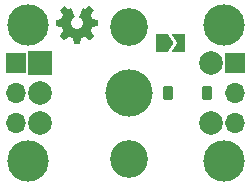
<source format=gbs>
%TF.GenerationSoftware,KiCad,Pcbnew,7.0.7*%
%TF.CreationDate,2023-09-18T16:35:53-04:00*%
%TF.ProjectId,Encoder Mount,456e636f-6465-4722-904d-6f756e742e6b,rev?*%
%TF.SameCoordinates,Original*%
%TF.FileFunction,Soldermask,Bot*%
%TF.FilePolarity,Negative*%
%FSLAX46Y46*%
G04 Gerber Fmt 4.6, Leading zero omitted, Abs format (unit mm)*
G04 Created by KiCad (PCBNEW 7.0.7) date 2023-09-18 16:35:53*
%MOMM*%
%LPD*%
G01*
G04 APERTURE LIST*
G04 Aperture macros list*
%AMRoundRect*
0 Rectangle with rounded corners*
0 $1 Rounding radius*
0 $2 $3 $4 $5 $6 $7 $8 $9 X,Y pos of 4 corners*
0 Add a 4 corners polygon primitive as box body*
4,1,4,$2,$3,$4,$5,$6,$7,$8,$9,$2,$3,0*
0 Add four circle primitives for the rounded corners*
1,1,$1+$1,$2,$3*
1,1,$1+$1,$4,$5*
1,1,$1+$1,$6,$7*
1,1,$1+$1,$8,$9*
0 Add four rect primitives between the rounded corners*
20,1,$1+$1,$2,$3,$4,$5,0*
20,1,$1+$1,$4,$5,$6,$7,0*
20,1,$1+$1,$6,$7,$8,$9,0*
20,1,$1+$1,$8,$9,$2,$3,0*%
%AMFreePoly0*
4,1,6,1.000000,0.000000,0.500000,-0.750000,-0.500000,-0.750000,-0.500000,0.750000,0.500000,0.750000,1.000000,0.000000,1.000000,0.000000,$1*%
%AMFreePoly1*
4,1,6,0.500000,-0.750000,-0.650000,-0.750000,-0.150000,0.000000,-0.650000,0.750000,0.500000,0.750000,0.500000,-0.750000,0.500000,-0.750000,$1*%
G04 Aperture macros list end*
%ADD10C,0.000000*%
%ADD11C,2.600000*%
%ADD12C,3.500000*%
%ADD13C,4.000000*%
%ADD14R,2.000000X2.000000*%
%ADD15C,2.000000*%
%ADD16C,3.200000*%
%ADD17R,1.700000X1.700000*%
%ADD18O,1.700000X1.700000*%
%ADD19FreePoly0,0.000000*%
%ADD20FreePoly1,0.000000*%
%ADD21RoundRect,0.225000X0.225000X0.375000X-0.225000X0.375000X-0.225000X-0.375000X0.225000X-0.375000X0*%
G04 APERTURE END LIST*
D10*
G36*
X96690619Y-92655690D02*
G01*
X96692651Y-92655959D01*
X96694653Y-92656385D01*
X96696609Y-92656970D01*
X96698503Y-92657710D01*
X96700319Y-92658604D01*
X96701193Y-92659109D01*
X96702043Y-92659651D01*
X96702865Y-92660232D01*
X96703658Y-92660850D01*
X96704420Y-92661506D01*
X96705149Y-92662200D01*
X97021751Y-92978749D01*
X97022450Y-92979483D01*
X97023110Y-92980249D01*
X97023733Y-92981047D01*
X97024317Y-92981873D01*
X97024863Y-92982726D01*
X97025371Y-92983603D01*
X97025841Y-92984504D01*
X97026271Y-92985426D01*
X97026663Y-92986367D01*
X97027016Y-92987325D01*
X97027603Y-92989285D01*
X97028032Y-92991290D01*
X97028301Y-92993326D01*
X97028408Y-92995376D01*
X97028353Y-92997425D01*
X97028134Y-92999458D01*
X97027963Y-93000463D01*
X97027750Y-93001459D01*
X97027495Y-93002442D01*
X97027199Y-93003412D01*
X97026860Y-93004367D01*
X97026479Y-93005303D01*
X97026056Y-93006220D01*
X97025590Y-93007116D01*
X97025081Y-93007988D01*
X97024530Y-93008835D01*
X96783499Y-93360048D01*
X96782416Y-93361786D01*
X96781451Y-93363654D01*
X96780604Y-93365636D01*
X96779877Y-93367713D01*
X96779272Y-93369869D01*
X96778789Y-93372086D01*
X96778430Y-93374347D01*
X96778197Y-93376636D01*
X96778091Y-93378933D01*
X96778113Y-93381224D01*
X96778264Y-93383489D01*
X96778547Y-93385712D01*
X96778961Y-93387876D01*
X96779509Y-93389963D01*
X96780193Y-93391956D01*
X96781012Y-93393838D01*
X96913474Y-93724730D01*
X96913802Y-93725694D01*
X96914176Y-93726655D01*
X96915053Y-93728564D01*
X96916093Y-93730445D01*
X96917283Y-93732286D01*
X96918610Y-93734075D01*
X96920062Y-93735802D01*
X96921625Y-93737453D01*
X96923288Y-93739018D01*
X96925037Y-93740486D01*
X96926860Y-93741843D01*
X96928744Y-93743080D01*
X96930677Y-93744183D01*
X96932645Y-93745142D01*
X96934637Y-93745945D01*
X96935637Y-93746284D01*
X96936639Y-93746580D01*
X96937640Y-93746831D01*
X96938638Y-93747036D01*
X97362936Y-93825995D01*
X97363923Y-93826201D01*
X97364897Y-93826455D01*
X97365858Y-93826757D01*
X97366804Y-93827105D01*
X97367734Y-93827497D01*
X97368647Y-93827931D01*
X97369541Y-93828406D01*
X97370415Y-93828922D01*
X97371269Y-93829475D01*
X97372100Y-93830065D01*
X97372908Y-93830690D01*
X97373691Y-93831348D01*
X97374448Y-93832038D01*
X97375177Y-93832759D01*
X97375879Y-93833509D01*
X97376550Y-93834287D01*
X97377191Y-93835090D01*
X97377799Y-93835918D01*
X97378373Y-93836769D01*
X97378913Y-93837641D01*
X97379417Y-93838534D01*
X97379884Y-93839444D01*
X97380312Y-93840372D01*
X97380700Y-93841314D01*
X97381048Y-93842271D01*
X97381353Y-93843240D01*
X97381614Y-93844220D01*
X97381831Y-93845209D01*
X97382002Y-93846205D01*
X97382126Y-93847208D01*
X97382201Y-93848216D01*
X97382226Y-93849227D01*
X97382279Y-94296916D01*
X97382256Y-94297929D01*
X97382184Y-94298939D01*
X97382062Y-94299943D01*
X97381894Y-94300940D01*
X97381680Y-94301929D01*
X97381420Y-94302909D01*
X97381118Y-94303877D01*
X97380773Y-94304833D01*
X97380386Y-94305775D01*
X97379961Y-94306701D01*
X97378994Y-94308501D01*
X97377884Y-94310221D01*
X97376639Y-94311850D01*
X97375270Y-94313375D01*
X97373787Y-94314786D01*
X97372199Y-94316069D01*
X97370516Y-94317214D01*
X97369643Y-94317731D01*
X97368750Y-94318209D01*
X97367838Y-94318647D01*
X97366908Y-94319042D01*
X97365963Y-94319394D01*
X97365002Y-94319701D01*
X97364028Y-94319962D01*
X97363042Y-94320175D01*
X96928054Y-94401065D01*
X96926060Y-94401529D01*
X96924056Y-94402168D01*
X96922054Y-94402971D01*
X96920068Y-94403927D01*
X96918112Y-94405024D01*
X96916199Y-94406252D01*
X96914341Y-94407599D01*
X96912552Y-94409053D01*
X96910845Y-94410604D01*
X96909233Y-94412240D01*
X96907730Y-94413950D01*
X96906349Y-94415723D01*
X96905103Y-94417547D01*
X96904006Y-94419410D01*
X96903069Y-94421303D01*
X96902308Y-94423213D01*
X96768972Y-94734285D01*
X96768109Y-94736148D01*
X96767383Y-94738121D01*
X96766794Y-94740189D01*
X96766341Y-94742335D01*
X96766022Y-94744540D01*
X96765837Y-94746789D01*
X96765785Y-94749065D01*
X96765863Y-94751349D01*
X96766072Y-94753626D01*
X96766410Y-94755878D01*
X96766876Y-94758088D01*
X96767469Y-94760239D01*
X96768188Y-94762315D01*
X96769032Y-94764298D01*
X96769999Y-94766171D01*
X96771089Y-94767917D01*
X97024530Y-95137308D01*
X97025077Y-95138155D01*
X97025581Y-95139027D01*
X97026044Y-95139922D01*
X97026464Y-95140839D01*
X97026842Y-95141775D01*
X97027179Y-95142729D01*
X97027727Y-95144681D01*
X97028111Y-95146680D01*
X97028330Y-95148710D01*
X97028386Y-95150757D01*
X97028281Y-95152804D01*
X97028015Y-95154837D01*
X97027589Y-95156840D01*
X97027005Y-95158798D01*
X97026264Y-95160695D01*
X97025367Y-95162516D01*
X97024860Y-95163393D01*
X97024315Y-95164245D01*
X97023731Y-95165071D01*
X97023109Y-95165868D01*
X97022449Y-95166634D01*
X97021751Y-95167368D01*
X96705202Y-95483917D01*
X96704468Y-95484615D01*
X96703702Y-95485276D01*
X96702905Y-95485898D01*
X96702080Y-95486483D01*
X96701229Y-95487029D01*
X96700352Y-95487537D01*
X96699453Y-95488006D01*
X96698533Y-95488437D01*
X96697594Y-95488829D01*
X96696638Y-95489181D01*
X96694683Y-95489769D01*
X96692682Y-95490197D01*
X96690652Y-95490466D01*
X96688607Y-95490574D01*
X96686562Y-95490519D01*
X96684534Y-95490300D01*
X96683531Y-95490129D01*
X96682537Y-95489916D01*
X96681555Y-95489661D01*
X96680587Y-95489364D01*
X96679634Y-95489026D01*
X96678698Y-95488645D01*
X96677782Y-95488222D01*
X96676887Y-95487756D01*
X96676016Y-95487247D01*
X96675169Y-95486696D01*
X96299295Y-95228757D01*
X96297556Y-95227670D01*
X96295686Y-95226702D01*
X96293703Y-95225854D01*
X96291622Y-95225128D01*
X96289463Y-95224524D01*
X96287243Y-95224044D01*
X96284978Y-95223690D01*
X96282687Y-95223461D01*
X96280387Y-95223360D01*
X96278096Y-95223388D01*
X96275830Y-95223545D01*
X96273608Y-95223834D01*
X96271447Y-95224254D01*
X96269365Y-95224809D01*
X96267378Y-95225498D01*
X96265504Y-95226322D01*
X95963958Y-95349761D01*
X95962999Y-95350102D01*
X95962043Y-95350489D01*
X95961091Y-95350919D01*
X95960145Y-95351392D01*
X95958276Y-95352459D01*
X95956448Y-95353676D01*
X95954670Y-95355029D01*
X95952955Y-95356506D01*
X95951314Y-95358094D01*
X95949758Y-95359780D01*
X95948299Y-95361551D01*
X95946947Y-95363393D01*
X95945715Y-95365293D01*
X95944612Y-95367239D01*
X95943651Y-95369218D01*
X95942843Y-95371215D01*
X95942199Y-95373219D01*
X95941943Y-95374220D01*
X95941731Y-95375217D01*
X95857983Y-95825128D01*
X95857775Y-95826117D01*
X95857518Y-95827093D01*
X95857215Y-95828056D01*
X95856866Y-95829003D01*
X95856474Y-95829935D01*
X95856039Y-95830848D01*
X95855564Y-95831744D01*
X95855049Y-95832619D01*
X95854496Y-95833472D01*
X95853907Y-95834304D01*
X95853284Y-95835112D01*
X95852626Y-95835894D01*
X95851937Y-95836651D01*
X95851218Y-95837381D01*
X95850470Y-95838081D01*
X95849694Y-95838752D01*
X95848893Y-95839392D01*
X95848067Y-95839999D01*
X95847218Y-95840573D01*
X95846347Y-95841112D01*
X95845457Y-95841615D01*
X95844549Y-95842081D01*
X95843623Y-95842509D01*
X95842682Y-95842896D01*
X95841727Y-95843243D01*
X95840760Y-95843547D01*
X95839781Y-95843808D01*
X95838793Y-95844024D01*
X95837798Y-95844195D01*
X95836795Y-95844318D01*
X95835788Y-95844393D01*
X95834777Y-95844418D01*
X95387062Y-95844418D01*
X95386053Y-95844393D01*
X95385048Y-95844318D01*
X95384048Y-95844195D01*
X95383054Y-95844024D01*
X95382068Y-95843808D01*
X95381091Y-95843547D01*
X95380125Y-95843243D01*
X95379172Y-95842896D01*
X95378232Y-95842509D01*
X95377308Y-95842081D01*
X95375511Y-95841112D01*
X95373794Y-95839999D01*
X95372167Y-95838752D01*
X95370645Y-95837381D01*
X95369237Y-95835894D01*
X95367957Y-95834304D01*
X95367368Y-95833472D01*
X95366815Y-95832619D01*
X95366301Y-95831744D01*
X95365825Y-95830848D01*
X95365391Y-95829935D01*
X95364998Y-95829003D01*
X95364650Y-95828056D01*
X95364347Y-95827093D01*
X95364090Y-95826117D01*
X95363882Y-95825128D01*
X95280160Y-95375217D01*
X95279692Y-95373219D01*
X95279049Y-95371215D01*
X95278242Y-95369218D01*
X95277283Y-95367239D01*
X95276182Y-95365293D01*
X95274951Y-95363393D01*
X95273601Y-95361551D01*
X95272143Y-95359780D01*
X95270588Y-95358094D01*
X95268947Y-95356506D01*
X95267233Y-95355029D01*
X95265455Y-95353676D01*
X95263625Y-95352459D01*
X95261753Y-95351392D01*
X95259853Y-95350489D01*
X95257933Y-95349761D01*
X94956360Y-95226322D01*
X94954482Y-95225498D01*
X94952492Y-95224809D01*
X94950405Y-95224254D01*
X94948242Y-95223834D01*
X94946017Y-95223545D01*
X94943750Y-95223388D01*
X94941458Y-95223360D01*
X94939158Y-95223461D01*
X94936867Y-95223690D01*
X94934603Y-95224044D01*
X94932385Y-95224524D01*
X94930228Y-95225128D01*
X94928150Y-95225854D01*
X94926170Y-95226702D01*
X94924304Y-95227670D01*
X94922570Y-95228757D01*
X94546722Y-95486696D01*
X94545873Y-95487247D01*
X94544999Y-95487756D01*
X94544101Y-95488222D01*
X94543183Y-95488645D01*
X94542245Y-95489026D01*
X94541290Y-95489364D01*
X94539335Y-95489916D01*
X94537334Y-95490300D01*
X94535302Y-95490519D01*
X94533254Y-95490574D01*
X94531206Y-95490466D01*
X94529174Y-95490197D01*
X94527171Y-95489769D01*
X94525215Y-95489181D01*
X94523321Y-95488437D01*
X94521502Y-95487537D01*
X94520627Y-95487029D01*
X94519777Y-95486483D01*
X94518953Y-95485898D01*
X94518158Y-95485276D01*
X94517394Y-95484615D01*
X94516663Y-95483917D01*
X94200087Y-95167368D01*
X94199391Y-95166634D01*
X94198733Y-95165868D01*
X94198112Y-95165071D01*
X94197529Y-95164245D01*
X94196984Y-95163393D01*
X94196477Y-95162516D01*
X94196008Y-95161616D01*
X94195578Y-95160695D01*
X94195187Y-95159755D01*
X94194834Y-95158798D01*
X94194247Y-95156840D01*
X94193818Y-95154837D01*
X94193548Y-95152804D01*
X94193439Y-95150757D01*
X94193492Y-95148710D01*
X94193709Y-95146680D01*
X94193880Y-95145675D01*
X94194092Y-95144681D01*
X94194346Y-95143698D01*
X94194642Y-95142729D01*
X94194980Y-95141775D01*
X94195360Y-95140839D01*
X94195783Y-95139922D01*
X94196249Y-95139027D01*
X94196757Y-95138155D01*
X94197308Y-95137308D01*
X94450776Y-94767917D01*
X94451856Y-94766171D01*
X94452816Y-94764298D01*
X94453652Y-94762315D01*
X94454366Y-94760239D01*
X94454954Y-94758088D01*
X94455416Y-94755878D01*
X94455751Y-94753626D01*
X94455959Y-94751349D01*
X94456036Y-94749065D01*
X94455984Y-94746789D01*
X94455800Y-94744540D01*
X94455483Y-94742335D01*
X94455032Y-94740189D01*
X94454446Y-94738121D01*
X94453725Y-94736148D01*
X94452866Y-94734285D01*
X94319504Y-94423213D01*
X94319148Y-94422257D01*
X94318747Y-94421303D01*
X94317816Y-94419410D01*
X94316723Y-94417547D01*
X94315481Y-94415723D01*
X94314104Y-94413950D01*
X94312604Y-94412240D01*
X94310995Y-94410604D01*
X94309290Y-94409053D01*
X94307502Y-94407599D01*
X94305644Y-94406252D01*
X94303728Y-94405024D01*
X94301770Y-94403927D01*
X94299780Y-94402971D01*
X94297773Y-94402168D01*
X94295761Y-94401529D01*
X94294757Y-94401275D01*
X94293758Y-94401065D01*
X93858796Y-94320175D01*
X93857805Y-94319962D01*
X93856827Y-94319701D01*
X93855863Y-94319394D01*
X93854914Y-94319042D01*
X93853981Y-94318647D01*
X93853066Y-94318209D01*
X93852171Y-94317732D01*
X93851295Y-94317215D01*
X93850441Y-94316660D01*
X93849609Y-94316070D01*
X93848801Y-94315445D01*
X93848019Y-94314787D01*
X93847262Y-94314097D01*
X93846533Y-94313377D01*
X93845833Y-94312629D01*
X93845163Y-94311853D01*
X93844524Y-94311052D01*
X93843917Y-94310226D01*
X93843344Y-94309377D01*
X93842805Y-94308508D01*
X93842303Y-94307618D01*
X93841838Y-94306710D01*
X93841412Y-94305785D01*
X93841025Y-94304844D01*
X93840679Y-94303890D01*
X93840375Y-94302923D01*
X93840115Y-94301945D01*
X93839899Y-94300958D01*
X93839729Y-94299963D01*
X93839606Y-94298961D01*
X93839532Y-94297953D01*
X93839507Y-94296943D01*
X93839533Y-93849254D01*
X93839558Y-93848243D01*
X93839633Y-93847235D01*
X93839756Y-93846232D01*
X93839927Y-93845235D01*
X93840143Y-93844246D01*
X93840404Y-93843266D01*
X93840708Y-93842297D01*
X93841055Y-93841341D01*
X93841870Y-93839471D01*
X93842839Y-93837668D01*
X93843952Y-93835945D01*
X93845199Y-93834313D01*
X93846571Y-93832786D01*
X93848057Y-93831374D01*
X93849647Y-93830091D01*
X93850479Y-93829501D01*
X93851333Y-93828948D01*
X93852208Y-93828433D01*
X93853103Y-93827957D01*
X93854016Y-93827523D01*
X93854948Y-93827131D01*
X93855895Y-93826784D01*
X93856858Y-93826482D01*
X93857834Y-93826227D01*
X93858823Y-93826021D01*
X94283120Y-93747063D01*
X94284117Y-93746858D01*
X94285117Y-93746607D01*
X94287117Y-93745972D01*
X94289109Y-93745169D01*
X94291079Y-93744210D01*
X94293015Y-93743106D01*
X94294903Y-93741870D01*
X94296730Y-93740512D01*
X94298484Y-93739045D01*
X94300152Y-93737480D01*
X94301720Y-93735828D01*
X94303175Y-93734102D01*
X94304505Y-93732312D01*
X94305697Y-93730471D01*
X94306737Y-93728591D01*
X94307613Y-93726682D01*
X94307985Y-93725720D01*
X94308311Y-93724756D01*
X94440773Y-93393865D01*
X94441593Y-93391983D01*
X94442277Y-93389989D01*
X94442826Y-93387902D01*
X94443242Y-93385739D01*
X94443526Y-93383515D01*
X94443678Y-93381250D01*
X94443701Y-93378960D01*
X94443595Y-93376662D01*
X94443361Y-93374374D01*
X94443002Y-93372112D01*
X94442517Y-93369895D01*
X94441908Y-93367739D01*
X94441177Y-93365662D01*
X94440325Y-93363681D01*
X94439352Y-93361812D01*
X94438260Y-93360074D01*
X94197255Y-93008861D01*
X94196706Y-93008015D01*
X94196200Y-93007142D01*
X94195736Y-93006247D01*
X94195315Y-93005330D01*
X94194936Y-93004393D01*
X94194599Y-93003439D01*
X94194050Y-93001485D01*
X94193668Y-92999484D01*
X94193451Y-92997451D01*
X94193397Y-92995402D01*
X94193505Y-92993352D01*
X94193773Y-92991317D01*
X94194201Y-92989311D01*
X94194787Y-92987351D01*
X94195529Y-92985452D01*
X94196426Y-92983630D01*
X94196932Y-92982752D01*
X94197477Y-92981899D01*
X94198059Y-92981073D01*
X94198680Y-92980276D01*
X94199338Y-92979510D01*
X94200034Y-92978776D01*
X94516636Y-92662226D01*
X94517368Y-92661533D01*
X94518132Y-92660877D01*
X94518927Y-92660259D01*
X94519750Y-92659678D01*
X94520601Y-92659135D01*
X94521476Y-92658631D01*
X94522374Y-92658164D01*
X94523294Y-92657736D01*
X94524233Y-92657347D01*
X94525189Y-92656996D01*
X94527145Y-92656412D01*
X94529147Y-92655985D01*
X94531180Y-92655717D01*
X94533228Y-92655609D01*
X94535275Y-92655662D01*
X94537307Y-92655878D01*
X94538313Y-92656047D01*
X94539309Y-92656258D01*
X94540293Y-92656510D01*
X94541263Y-92656803D01*
X94542219Y-92657139D01*
X94543156Y-92657516D01*
X94544075Y-92657935D01*
X94544972Y-92658397D01*
X94545847Y-92658901D01*
X94546696Y-92659448D01*
X94891690Y-92896245D01*
X94893425Y-92897320D01*
X94895283Y-92898264D01*
X94897249Y-92899075D01*
X94899303Y-92899753D01*
X94901431Y-92900298D01*
X94903614Y-92900710D01*
X94905836Y-92900987D01*
X94908080Y-92901130D01*
X94910328Y-92901138D01*
X94912564Y-92901011D01*
X94914770Y-92900748D01*
X94916930Y-92900349D01*
X94919027Y-92899813D01*
X94921043Y-92899141D01*
X94922962Y-92898330D01*
X94924766Y-92897382D01*
X95076916Y-92816148D01*
X95077823Y-92815713D01*
X95078738Y-92815331D01*
X95079660Y-92815001D01*
X95080586Y-92814722D01*
X95081515Y-92814494D01*
X95082446Y-92814316D01*
X95083377Y-92814187D01*
X95084305Y-92814108D01*
X95085231Y-92814077D01*
X95086152Y-92814094D01*
X95087066Y-92814158D01*
X95087972Y-92814269D01*
X95088868Y-92814425D01*
X95089753Y-92814628D01*
X95090625Y-92814875D01*
X95091482Y-92815166D01*
X95092323Y-92815501D01*
X95093147Y-92815879D01*
X95093951Y-92816299D01*
X95094735Y-92816761D01*
X95095495Y-92817265D01*
X95096232Y-92817809D01*
X95096943Y-92818393D01*
X95097627Y-92819017D01*
X95098282Y-92819680D01*
X95098906Y-92820381D01*
X95099498Y-92821119D01*
X95100056Y-92821895D01*
X95100579Y-92822707D01*
X95101066Y-92823555D01*
X95101513Y-92824438D01*
X95101921Y-92825357D01*
X95415639Y-93583377D01*
X95416004Y-93584320D01*
X95416321Y-93585277D01*
X95416591Y-93586247D01*
X95416814Y-93587227D01*
X95416990Y-93588217D01*
X95417121Y-93589213D01*
X95417248Y-93591220D01*
X95417199Y-93593235D01*
X95416979Y-93595241D01*
X95416593Y-93597226D01*
X95416046Y-93599174D01*
X95415342Y-93601071D01*
X95414486Y-93602903D01*
X95413484Y-93604655D01*
X95412339Y-93606313D01*
X95411056Y-93607863D01*
X95410365Y-93608592D01*
X95409641Y-93609289D01*
X95408885Y-93609952D01*
X95408097Y-93610579D01*
X95407279Y-93611167D01*
X95406431Y-93611716D01*
X95368354Y-93635028D01*
X95365605Y-93636773D01*
X95362675Y-93638765D01*
X95359616Y-93640961D01*
X95356483Y-93643317D01*
X95353328Y-93645789D01*
X95350206Y-93648334D01*
X95347170Y-93650909D01*
X95344274Y-93653471D01*
X95319073Y-93670724D01*
X95295020Y-93689457D01*
X95272182Y-93709604D01*
X95250625Y-93731100D01*
X95230415Y-93753880D01*
X95211617Y-93777878D01*
X95194297Y-93803030D01*
X95178521Y-93829269D01*
X95164355Y-93856531D01*
X95157896Y-93870526D01*
X95151864Y-93884751D01*
X95146267Y-93899199D01*
X95141114Y-93913863D01*
X95136413Y-93928733D01*
X95132172Y-93943801D01*
X95128398Y-93959060D01*
X95125102Y-93974501D01*
X95122289Y-93990116D01*
X95119970Y-94005898D01*
X95118152Y-94021837D01*
X95116843Y-94037925D01*
X95116052Y-94054155D01*
X95115786Y-94070518D01*
X95116430Y-94095997D01*
X95118343Y-94121141D01*
X95121491Y-94145919D01*
X95125846Y-94170301D01*
X95131375Y-94194255D01*
X95138047Y-94217750D01*
X95145831Y-94240754D01*
X95154697Y-94263238D01*
X95164613Y-94285170D01*
X95175547Y-94306518D01*
X95187469Y-94327251D01*
X95200348Y-94347339D01*
X95214153Y-94366751D01*
X95228851Y-94385454D01*
X95244413Y-94403419D01*
X95260807Y-94420613D01*
X95278003Y-94437007D01*
X95295968Y-94452568D01*
X95314672Y-94467266D01*
X95334083Y-94481070D01*
X95354171Y-94493948D01*
X95374905Y-94505869D01*
X95396253Y-94516803D01*
X95418184Y-94526717D01*
X95440667Y-94535582D01*
X95463671Y-94543366D01*
X95487165Y-94550038D01*
X95511118Y-94555566D01*
X95535498Y-94559920D01*
X95560275Y-94563069D01*
X95585417Y-94564980D01*
X95610893Y-94565625D01*
X95636369Y-94564980D01*
X95661511Y-94563069D01*
X95686287Y-94559920D01*
X95710667Y-94555566D01*
X95734619Y-94550038D01*
X95758112Y-94543366D01*
X95781115Y-94535582D01*
X95803597Y-94526717D01*
X95825528Y-94516803D01*
X95846874Y-94505869D01*
X95867607Y-94493948D01*
X95887694Y-94481070D01*
X95907104Y-94467266D01*
X95925807Y-94452568D01*
X95943771Y-94437007D01*
X95960965Y-94420613D01*
X95977358Y-94403419D01*
X95992918Y-94385454D01*
X96007616Y-94366751D01*
X96021419Y-94347339D01*
X96034297Y-94327251D01*
X96046218Y-94306518D01*
X96057151Y-94285170D01*
X96067066Y-94263238D01*
X96075931Y-94240754D01*
X96083714Y-94217750D01*
X96090386Y-94194255D01*
X96095914Y-94170301D01*
X96100268Y-94145919D01*
X96103417Y-94121141D01*
X96105329Y-94095997D01*
X96105973Y-94070518D01*
X96104916Y-94037925D01*
X96101790Y-94005898D01*
X96096660Y-93974501D01*
X96089591Y-93943801D01*
X96080650Y-93913863D01*
X96069902Y-93884751D01*
X96057413Y-93856531D01*
X96043248Y-93829269D01*
X96027473Y-93803030D01*
X96010153Y-93777878D01*
X95991356Y-93753880D01*
X95971145Y-93731100D01*
X95949586Y-93709604D01*
X95926747Y-93689457D01*
X95902691Y-93670724D01*
X95877484Y-93653471D01*
X95874605Y-93650909D01*
X95871580Y-93648334D01*
X95868464Y-93645789D01*
X95865312Y-93643317D01*
X95862181Y-93640961D01*
X95859125Y-93638765D01*
X95856199Y-93636773D01*
X95853458Y-93635028D01*
X95815381Y-93611716D01*
X95814537Y-93611167D01*
X95813723Y-93610579D01*
X95812940Y-93609952D01*
X95812187Y-93609289D01*
X95811466Y-93608592D01*
X95810778Y-93607863D01*
X95810122Y-93607102D01*
X95809499Y-93606313D01*
X95808911Y-93605497D01*
X95808357Y-93604655D01*
X95807838Y-93603790D01*
X95807356Y-93602903D01*
X95806909Y-93601996D01*
X95806500Y-93601071D01*
X95806129Y-93600129D01*
X95805796Y-93599174D01*
X95805501Y-93598205D01*
X95805247Y-93597226D01*
X95805032Y-93596237D01*
X95804858Y-93595241D01*
X95804726Y-93594240D01*
X95804635Y-93593235D01*
X95804587Y-93592228D01*
X95804583Y-93591220D01*
X95804622Y-93590215D01*
X95804705Y-93589213D01*
X95804834Y-93588217D01*
X95805008Y-93587227D01*
X95805228Y-93586247D01*
X95805495Y-93585277D01*
X95805810Y-93584320D01*
X95806173Y-93583377D01*
X96119865Y-92825330D01*
X96120272Y-92824412D01*
X96120720Y-92823529D01*
X96121205Y-92822681D01*
X96121728Y-92821869D01*
X96122286Y-92821094D01*
X96122877Y-92820356D01*
X96123501Y-92819656D01*
X96124155Y-92818994D01*
X96124838Y-92818371D01*
X96125548Y-92817788D01*
X96126284Y-92817245D01*
X96127044Y-92816742D01*
X96127826Y-92816280D01*
X96128630Y-92815861D01*
X96129453Y-92815484D01*
X96130293Y-92815149D01*
X96131150Y-92814859D01*
X96132022Y-92814612D01*
X96132906Y-92814410D01*
X96133802Y-92814254D01*
X96134708Y-92814143D01*
X96135622Y-92814079D01*
X96136543Y-92814062D01*
X96137469Y-92814093D01*
X96138398Y-92814171D01*
X96139330Y-92814299D01*
X96140261Y-92814476D01*
X96141192Y-92814703D01*
X96142119Y-92814980D01*
X96143043Y-92815309D01*
X96143960Y-92815689D01*
X96144870Y-92816122D01*
X96297019Y-92897356D01*
X96298828Y-92898304D01*
X96300750Y-92899115D01*
X96302768Y-92899789D01*
X96304866Y-92900326D01*
X96307027Y-92900727D01*
X96309233Y-92900992D01*
X96311469Y-92901120D01*
X96313716Y-92901114D01*
X96315958Y-92900972D01*
X96318178Y-92900695D01*
X96320360Y-92900283D01*
X96322486Y-92899738D01*
X96324539Y-92899058D01*
X96326503Y-92898245D01*
X96328361Y-92897298D01*
X96330095Y-92896218D01*
X96675116Y-92659421D01*
X96675963Y-92658875D01*
X96676835Y-92658371D01*
X96677731Y-92657909D01*
X96678648Y-92657490D01*
X96679584Y-92657112D01*
X96680538Y-92656777D01*
X96682491Y-92656231D01*
X96684492Y-92655851D01*
X96686523Y-92655635D01*
X96688571Y-92655582D01*
X96690619Y-92655690D01*
G37*
D11*
X91460000Y-94250000D03*
D12*
X91460000Y-94250000D03*
D11*
X108040000Y-94250000D03*
D12*
X108040000Y-94250000D03*
D13*
X100000000Y-99999999D03*
D14*
X92500000Y-97499999D03*
D15*
X92500000Y-102499999D03*
X92500000Y-99999999D03*
D16*
X100000000Y-94399999D03*
X100000000Y-105599999D03*
D15*
X107000000Y-102499999D03*
X107000000Y-97499999D03*
D11*
X108040000Y-105750000D03*
D12*
X108040000Y-105750000D03*
D17*
X109040000Y-97474999D03*
D18*
X109040000Y-100014999D03*
X109040000Y-102554999D03*
D17*
X90460000Y-97474999D03*
D18*
X90460000Y-100014999D03*
X90460000Y-102554999D03*
D11*
X91460000Y-105750000D03*
D12*
X91460000Y-105750000D03*
D19*
X102800000Y-95750000D03*
D20*
X104250000Y-95750000D03*
D21*
X106650000Y-100000000D03*
X103350000Y-100000000D03*
M02*

</source>
